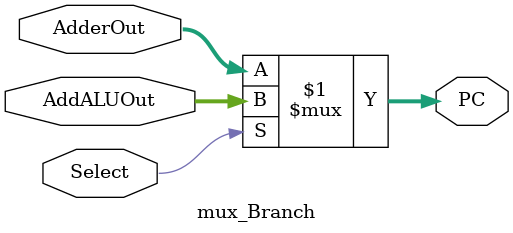
<source format=v>
module mux_Branch(AdderOut,AddALUOut,Select,PC);

input[11:0] AdderOut;
input[11:0] AddALUOut;
input Select;
output[11:0] PC;

assign PC =  (Select)? AddALUOut:AdderOut;

endmodule

</source>
